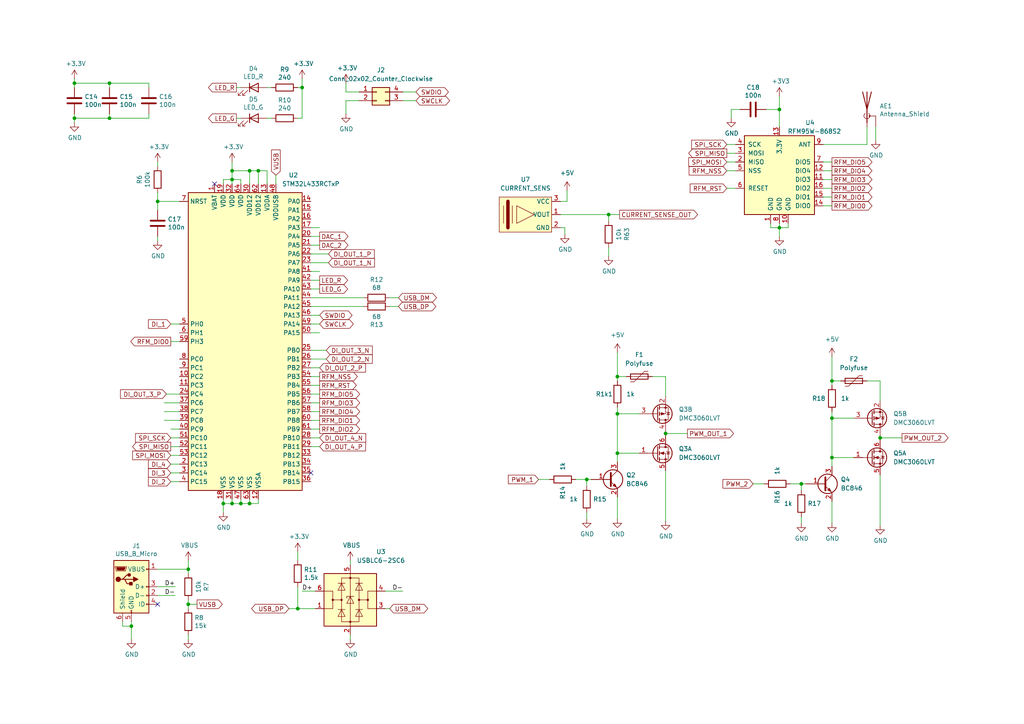
<source format=kicad_sch>
(kicad_sch (version 20211123) (generator eeschema)
  (paper "A4")
  (lib_symbols
    (symbol "Connector:USB_B_Micro" (pin_names (offset 1.016))
      (property "Reference" "J" (at -5.08 11.43 0))
      (property "Value" "USB_B_Micro" (at -5.08 8.89 0))
      (symbol "USB_B_Micro_1_1"
        (pin power_out line (at 7.62 5.08 180) (length 2.54) (name "VBUS") (number "1"))
        (pin bidirectional line (at 7.62 -2.54 180) (length 2.54) (name "D-") (number "2"))
        (pin bidirectional line (at 7.62 0 180) (length 2.54) (name "D+") (number "3"))
        (pin passive line (at 7.62 -5.08 180) (length 2.54) (name "ID") (number "4"))
        (pin power_out line (at 0 -10.16 90) (length 2.54) (name "GND") (number "5"))
        (pin passive line (at -2.54 -10.16 90) (length 2.54) (name "Shield") (number "6"))
      )
    )
    (symbol "Connector_Generic:Conn_02x02_Counter_Clockwise" (pin_names (offset 1.016) hide)
      (property "Reference" "J" (at 1.27 2.54 0))
      (property "Value" "Conn_02x02_Counter_Clockwise" (at 1.27 -5.08 0))
      (symbol "Conn_02x02_Counter_Clockwise_1_1"
        (pin passive line (at -5.08 0 0) (length 3.81) (name "Pin_1") (number "1"))
        (pin passive line (at -5.08 -2.54 0) (length 3.81) (name "Pin_2") (number "2"))
        (pin passive line (at 7.62 -2.54 180) (length 3.81) (name "Pin_3") (number "3"))
        (pin passive line (at 7.62 0 180) (length 3.81) (name "Pin_4") (number "4"))
      )
    )
    (symbol "Device:Antenna_Shield" (pin_numbers hide) (pin_names (offset 1.016) hide)
      (property "Reference" "AE" (at -1.905 4.445 0))
      (property "Value" "Antenna_Shield" (at -1.905 2.54 0))
      (symbol "Antenna_Shield_1_1"
        (pin input line (at 0 -5.08 90) (length 2.54) (name "A") (number "1"))
        (pin input line (at 2.54 -5.08 90) (length 2.54) (name "Shield") (number "2"))
      )
    )
    (symbol "Device:C" (pin_numbers hide) (pin_names (offset 0.254))
      (property "Reference" "C" (at 0.635 2.54 0))
      (property "Value" "C" (at 0.635 -2.54 0))
      (symbol "C_1_1"
        (pin passive line (at 0 3.81 270) (length 2.794) (name "~") (number "1"))
        (pin passive line (at 0 -3.81 90) (length 2.794) (name "~") (number "2"))
      )
    )
    (symbol "Device:LED" (pin_numbers hide) (pin_names (offset 1.016) hide)
      (property "Reference" "D" (at 0 2.54 0))
      (property "Value" "LED" (at 0 -2.54 0))
      (symbol "LED_1_1"
        (pin passive line (at -3.81 0 0) (length 2.54) (name "K") (number "1"))
        (pin passive line (at 3.81 0 180) (length 2.54) (name "A") (number "2"))
      )
    )
    (symbol "Device:Polyfuse" (pin_numbers hide) (pin_names (offset 0))
      (property "Reference" "F" (at -2.54 0 90))
      (property "Value" "Polyfuse" (at 2.54 0 90))
      (symbol "Polyfuse_1_1"
        (pin passive line (at 0 3.81 270) (length 1.27) (name "~") (number "1"))
        (pin passive line (at 0 -3.81 90) (length 1.27) (name "~") (number "2"))
      )
    )
    (symbol "Device:R" (pin_numbers hide) (pin_names (offset 0))
      (property "Reference" "R" (at 2.032 0 90))
      (property "Value" "R" (at 0 0 90))
      (symbol "R_1_1"
        (pin passive line (at 0 3.81 270) (length 1.27) (name "~") (number "1"))
        (pin passive line (at 0 -3.81 90) (length 1.27) (name "~") (number "2"))
      )
    )
    (symbol "Heissluftballon-rescue:+3.3V-power" (power) (pin_names (offset 0))
      (property "Value" "+3.3V-power" (at 0 3.556 0))
      (symbol "+3.3V-power_1_1"
        (pin power_in line (at 0 0 90) (length 0) hide (name "+3V3") (number "1"))
      )
    )
    (symbol "Heissluftballon-rescue:RFM95W-868S2-RF_AM_FM" (pin_names (offset 1.016))
      (property "Reference" "U" (at -10.414 11.684 0))
      (property "Value" "RFM95W-868S2-RF_AM_FM" (at 1.524 11.43 0))
      (symbol "RFM95W-868S2-RF_AM_FM_1_1"
        (pin power_in line (at -2.54 -15.24 90) (length 2.54) (name "GND") (number "1"))
        (pin power_in line (at 2.54 -15.24 90) (length 2.54) (name "GND") (number "10"))
        (pin bidirectional line (at 12.7 -2.54 180) (length 2.54) (name "DIO3") (number "11"))
        (pin bidirectional line (at 12.7 0 180) (length 2.54) (name "DIO4") (number "12"))
        (pin power_in line (at 0 12.7 270) (length 2.54) (name "3.3V") (number "13"))
        (pin bidirectional line (at 12.7 -10.16 180) (length 2.54) (name "DIO0") (number "14"))
        (pin bidirectional line (at 12.7 -7.62 180) (length 2.54) (name "DIO1") (number "15"))
        (pin bidirectional line (at 12.7 -5.08 180) (length 2.54) (name "DIO2") (number "16"))
        (pin output line (at -12.7 2.54 0) (length 2.54) (name "MISO") (number "2"))
        (pin input line (at -12.7 5.08 0) (length 2.54) (name "MOSI") (number "3"))
        (pin input line (at -12.7 7.62 0) (length 2.54) (name "SCK") (number "4"))
        (pin input line (at -12.7 0 0) (length 2.54) (name "NSS") (number "5"))
        (pin bidirectional line (at -12.7 -5.08 0) (length 2.54) (name "RESET") (number "6"))
        (pin bidirectional line (at 12.7 2.54 180) (length 2.54) (name "DIO5") (number "7"))
        (pin power_in line (at 0 -15.24 90) (length 2.54) (name "GND") (number "8"))
        (pin bidirectional line (at 12.7 7.62 180) (length 2.54) (name "ANT") (number "9"))
      )
    )
    (symbol "MCU_ST_STM32L4:STM32L433RCTxP"
      (property "Reference" "U" (at -17.78 44.45 0))
      (property "Value" "STM32L433RCTxP" (at 10.16 44.45 0))
      (symbol "STM32L433RCTxP_1_1"
        (pin power_in line (at -10.16 45.72 270) (length 2.54) (name "VBAT") (number "1"))
        (pin bidirectional line (at -20.32 -10.16 0) (length 2.54) (name "PC2") (number "10"))
        (pin bidirectional line (at -20.32 -12.7 0) (length 2.54) (name "PC3") (number "11"))
        (pin power_in line (at 2.54 -45.72 90) (length 2.54) (name "VSSA") (number "12"))
        (pin power_in line (at 5.08 45.72 270) (length 2.54) (name "VDDA") (number "13"))
        (pin bidirectional line (at 17.78 40.64 180) (length 2.54) (name "PA0") (number "14"))
        (pin bidirectional line (at 17.78 38.1 180) (length 2.54) (name "PA1") (number "15"))
        (pin bidirectional line (at 17.78 35.56 180) (length 2.54) (name "PA2") (number "16"))
        (pin bidirectional line (at 17.78 33.02 180) (length 2.54) (name "PA3") (number "17"))
        (pin power_in line (at -7.62 -45.72 90) (length 2.54) (name "VSS") (number "18"))
        (pin power_in line (at -7.62 45.72 270) (length 2.54) (name "VDD") (number "19"))
        (pin bidirectional line (at -20.32 -35.56 0) (length 2.54) (name "PC13") (number "2"))
        (pin bidirectional line (at 17.78 30.48 180) (length 2.54) (name "PA4") (number "20"))
        (pin bidirectional line (at 17.78 27.94 180) (length 2.54) (name "PA5") (number "21"))
        (pin bidirectional line (at 17.78 25.4 180) (length 2.54) (name "PA6") (number "22"))
        (pin bidirectional line (at 17.78 22.86 180) (length 2.54) (name "PA7") (number "23"))
        (pin bidirectional line (at -20.32 -15.24 0) (length 2.54) (name "PC4") (number "24"))
        (pin bidirectional line (at 17.78 -2.54 180) (length 2.54) (name "PB0") (number "25"))
        (pin bidirectional line (at 17.78 -5.08 180) (length 2.54) (name "PB1") (number "26"))
        (pin bidirectional line (at 17.78 -7.62 180) (length 2.54) (name "PB2") (number "27"))
        (pin bidirectional line (at 17.78 -27.94 180) (length 2.54) (name "PB10") (number "28"))
        (pin bidirectional line (at 17.78 -30.48 180) (length 2.54) (name "PB11") (number "29"))
        (pin bidirectional line (at -20.32 -38.1 0) (length 2.54) (name "PC14") (number "3"))
        (pin power_in line (at 0 45.72 270) (length 2.54) (name "VDD12") (number "30"))
        (pin power_in line (at -5.08 -45.72 90) (length 2.54) (name "VSS") (number "31"))
        (pin power_in line (at -5.08 45.72 270) (length 2.54) (name "VDD") (number "32"))
        (pin bidirectional line (at 17.78 -33.02 180) (length 2.54) (name "PB12") (number "33"))
        (pin bidirectional line (at 17.78 -35.56 180) (length 2.54) (name "PB13") (number "34"))
        (pin bidirectional line (at 17.78 -38.1 180) (length 2.54) (name "PB14") (number "35"))
        (pin bidirectional line (at 17.78 -40.64 180) (length 2.54) (name "PB15") (number "36"))
        (pin bidirectional line (at -20.32 -17.78 0) (length 2.54) (name "PC6") (number "37"))
        (pin bidirectional line (at -20.32 -20.32 0) (length 2.54) (name "PC7") (number "38"))
        (pin bidirectional line (at -20.32 -22.86 0) (length 2.54) (name "PC8") (number "39"))
        (pin bidirectional line (at -20.32 -40.64 0) (length 2.54) (name "PC15") (number "4"))
        (pin bidirectional line (at -20.32 -25.4 0) (length 2.54) (name "PC9") (number "40"))
        (pin bidirectional line (at 17.78 20.32 180) (length 2.54) (name "PA8") (number "41"))
        (pin bidirectional line (at 17.78 17.78 180) (length 2.54) (name "PA9") (number "42"))
        (pin bidirectional line (at 17.78 15.24 180) (length 2.54) (name "PA10") (number "43"))
        (pin bidirectional line (at 17.78 12.7 180) (length 2.54) (name "PA11") (number "44"))
        (pin bidirectional line (at 17.78 10.16 180) (length 2.54) (name "PA12") (number "45"))
        (pin bidirectional line (at 17.78 7.62 180) (length 2.54) (name "PA13") (number "46"))
        (pin power_in line (at -2.54 -45.72 90) (length 2.54) (name "VSS") (number "47"))
        (pin power_in line (at 7.62 45.72 270) (length 2.54) (name "VDDUSB") (number "48"))
        (pin bidirectional line (at 17.78 5.08 180) (length 2.54) (name "PA14") (number "49"))
        (pin input line (at -20.32 5.08 0) (length 2.54) (name "PH0") (number "5"))
        (pin bidirectional line (at 17.78 2.54 180) (length 2.54) (name "PA15") (number "50"))
        (pin bidirectional line (at -20.32 -27.94 0) (length 2.54) (name "PC10") (number "51"))
        (pin bidirectional line (at -20.32 -30.48 0) (length 2.54) (name "PC11") (number "52"))
        (pin bidirectional line (at -20.32 -33.02 0) (length 2.54) (name "PC12") (number "53"))
        (pin bidirectional line (at 17.78 -10.16 180) (length 2.54) (name "PB3") (number "54"))
        (pin bidirectional line (at 17.78 -12.7 180) (length 2.54) (name "PB4") (number "55"))
        (pin bidirectional line (at 17.78 -15.24 180) (length 2.54) (name "PB5") (number "56"))
        (pin bidirectional line (at 17.78 -17.78 180) (length 2.54) (name "PB6") (number "57"))
        (pin bidirectional line (at 17.78 -20.32 180) (length 2.54) (name "PB7") (number "58"))
        (pin bidirectional line (at -20.32 0 0) (length 2.54) (name "PH3") (number "59"))
        (pin input line (at -20.32 2.54 0) (length 2.54) (name "PH1") (number "6"))
        (pin bidirectional line (at 17.78 -22.86 180) (length 2.54) (name "PB8") (number "60"))
        (pin bidirectional line (at 17.78 -25.4 180) (length 2.54) (name "PB9") (number "61"))
        (pin power_in line (at 2.54 45.72 270) (length 2.54) (name "VDD12") (number "62"))
        (pin power_in line (at 0 -45.72 90) (length 2.54) (name "VSS") (number "63"))
        (pin power_in line (at -2.54 45.72 270) (length 2.54) (name "VDD") (number "64"))
        (pin input line (at -20.32 40.64 0) (length 2.54) (name "NRST") (number "7"))
        (pin bidirectional line (at -20.32 -5.08 0) (length 2.54) (name "PC0") (number "8"))
        (pin bidirectional line (at -20.32 -7.62 0) (length 2.54) (name "PC1") (number "9"))
      )
    )
    (symbol "MK_Sensor:CURRENT_SENS"
      (property "Reference" "U" (at 0 -6.35 0))
      (property "Value" "CURRENT_SENS" (at 0 6.35 0))
      (symbol "CURRENT_SENS_1_1"
        (pin output line (at 10.16 0 180) (length 2.54) (name "VOUT") (number "1"))
        (pin input line (at 10.16 -3.81 180) (length 2.54) (name "GND") (number "2"))
        (pin input line (at 10.16 3.81 180) (length 2.54) (name "VCC") (number "3"))
      )
    )
    (symbol "Power_Protection:USBLC6-2SC6" (pin_names hide)
      (property "Reference" "U" (at 2.54 8.89 0))
      (property "Value" "USBLC6-2SC6" (at 2.54 -8.89 0))
      (symbol "USBLC6-2SC6_1_1"
        (pin passive line (at -10.16 -2.54 0) (length 2.54) (name "I/O1") (number "1"))
        (pin passive line (at 0 -10.16 90) (length 2.54) (name "GND") (number "2"))
        (pin passive line (at 10.16 -2.54 180) (length 2.54) (name "I/O2") (number "3"))
        (pin passive line (at 10.16 2.54 180) (length 2.54) (name "I/O2") (number "4"))
        (pin passive line (at 0 10.16 270) (length 2.54) (name "VBUS") (number "5"))
        (pin passive line (at -10.16 2.54 0) (length 2.54) (name "I/O1") (number "6"))
      )
    )
    (symbol "Transistor_BJT:BC846" (pin_names (offset 0) hide)
      (property "Reference" "Q" (at 5.08 1.905 0))
      (property "Value" "BC846" (at 5.08 0 0))
      (symbol "BC846_1_1"
        (pin input line (at -5.08 0 0) (length 5.715) (name "B") (number "1"))
        (pin passive line (at 2.54 -5.08 90) (length 2.54) (name "E") (number "2"))
        (pin passive line (at 2.54 5.08 270) (length 2.54) (name "C") (number "3"))
      )
    )
    (symbol "Transistor_FET:DMC3071LVT" (pin_names hide)
      (property "Reference" "Q" (at 3.175 1.27 0))
      (property "Value" "DMC3071LVT" (at 3.175 -1.27 0))
      (symbol "DMC3071LVT_1_1"
        (pin passive line (at -7.62 0 0) (length 2.54) (name "G") (number "1"))
        (pin passive line (at 0 -5.08 90) (length 2.54) (name "S") (number "5"))
        (pin passive line (at 0 5.08 270) (length 2.54) (name "D") (number "6"))
      )
      (symbol "DMC3071LVT_2_1"
        (pin passive line (at 0 -5.08 90) (length 2.54) (name "S") (number "2"))
        (pin passive line (at -7.62 0 0) (length 2.54) (name "G") (number "3"))
        (pin passive line (at 0 5.08 270) (length 2.54) (name "D") (number "4"))
      )
    )
    (symbol "power:+3.3V" (power) (pin_names (offset 0))
      (property "Value" "+3.3V" (at 0 3.556 0))
      (symbol "+3.3V_1_1"
        (pin power_in line (at 0 0 90) (length 0) hide (name "+3.3V") (number "1"))
      )
    )
    (symbol "power:+5V" (power) (pin_names (offset 0))
      (property "Value" "+5V" (at 0 3.556 0))
      (symbol "+5V_1_1"
        (pin power_in line (at 0 0 90) (length 0) hide (name "+5V") (number "1"))
      )
    )
    (symbol "power:GND" (power) (pin_names (offset 0))
      (property "Value" "GND" (at 0 -3.81 0))
      (symbol "GND_1_1"
        (pin power_in line (at 0 0 270) (length 0) hide (name "GND") (number "1"))
      )
    )
    (symbol "power:VBUS" (power) (pin_names (offset 0))
      (property "Value" "VBUS" (at 0 3.81 0))
      (symbol "VBUS_1_1"
        (pin power_in line (at 0 0 90) (length 0) hide (name "VBUS") (number "1"))
      )
    )
  )
  (junction (at 67.31 52.07))
  (junction (at 54.61 165.1))
  (junction (at 67.31 146.05))
  (junction (at 72.39 49.53))
  (junction (at 45.72 58.42))
  (junction (at 193.04 125.73))
  (junction (at 176.53 62.23))
  (junction (at 179.07 120.015))
  (junction (at 38.1 181.61))
  (junction (at 74.93 49.53))
  (junction (at 232.41 140.335))
  (junction (at 67.31 49.53))
  (junction (at 241.3 121.285))
  (junction (at 241.3 110.49))
  (junction (at 54.61 175.26))
  (junction (at 31.75 24.13))
  (junction (at 69.85 146.05))
  (junction (at 226.06 66.04))
  (junction (at 179.07 109.22))
  (junction (at 86.36 176.53))
  (junction (at 179.07 131.445))
  (junction (at 170.18 139.065))
  (junction (at 21.59 34.29))
  (junction (at 72.39 146.05))
  (junction (at 64.77 146.05))
  (junction (at 241.3 132.715))
  (junction (at 87.63 25.4))
  (junction (at 226.06 31.75))
  (junction (at 21.59 24.13))
  (junction (at 255.27 127))
  (junction (at 31.75 34.29))
  (no_connect (at 90.17 137.16))
  (no_connect (at 45.72 175.26))
  (no_connect (at 62.23 53.34))
  (wire (pts (xy 90.17 66.04) (xy 92.71 66.04)))
  (wire (pts (xy 193.04 109.22) (xy 193.04 114.935)))
  (wire (pts (xy 92.71 129.54) (xy 90.17 129.54)))
  (wire (pts (xy 176.53 71.755) (xy 176.53 74.295)))
  (wire (pts (xy 77.47 49.53) (xy 74.93 49.53)))
  (wire (pts (xy 163.83 66.04) (xy 162.56 66.04)))
  (wire (pts (xy 64.77 146.05) (xy 64.77 148.59)))
  (wire (pts (xy 162.56 62.23) (xy 176.53 62.23)))
  (wire (pts (xy 179.07 120.015) (xy 185.42 120.015)))
  (wire (pts (xy 92.71 124.46) (xy 90.17 124.46)))
  (wire (pts (xy 43.18 34.29) (xy 31.75 34.29)))
  (wire (pts (xy 223.52 66.04) (xy 226.06 66.04)))
  (wire (pts (xy 241.3 103.505) (xy 241.3 110.49)))
  (wire (pts (xy 229.235 140.335) (xy 232.41 140.335)))
  (wire (pts (xy 222.25 31.75) (xy 226.06 31.75)))
  (wire (pts (xy 54.61 162.56) (xy 54.61 165.1)))
  (wire (pts (xy 77.47 53.34) (xy 77.47 49.53)))
  (wire (pts (xy 156.21 139.065) (xy 159.385 139.065)))
  (wire (pts (xy 241.3 145.415) (xy 241.3 151.765)))
  (wire (pts (xy 92.71 78.74) (xy 90.17 78.74)))
  (wire (pts (xy 72.39 49.53) (xy 67.31 49.53)))
  (wire (pts (xy 67.31 49.53) (xy 67.31 52.07)))
  (wire (pts (xy 226.06 36.83) (xy 226.06 31.75)))
  (wire (pts (xy 45.72 172.72) (xy 50.8 172.72)))
  (wire (pts (xy 228.6 66.04) (xy 228.6 64.77)))
  (wire (pts (xy 92.71 116.84) (xy 90.17 116.84)))
  (wire (pts (xy 47.625 119.38) (xy 52.07 119.38)))
  (wire (pts (xy 67.31 146.05) (xy 67.31 144.78)))
  (wire (pts (xy 185.42 131.445) (xy 179.07 131.445)))
  (wire (pts (xy 31.75 24.13) (xy 43.18 24.13)))
  (wire (pts (xy 69.85 146.05) (xy 72.39 146.05)))
  (wire (pts (xy 31.75 34.29) (xy 31.75 33.02)))
  (wire (pts (xy 255.27 110.49) (xy 255.27 116.205)))
  (wire (pts (xy 170.18 148.59) (xy 170.18 150.495)))
  (wire (pts (xy 87.63 171.45) (xy 91.44 171.45)))
  (wire (pts (xy 69.85 34.29) (xy 68.58 34.29)))
  (wire (pts (xy 21.59 22.86) (xy 21.59 24.13)))
  (wire (pts (xy 87.63 25.4) (xy 87.63 34.29)))
  (wire (pts (xy 90.17 121.92) (xy 92.71 121.92)))
  (wire (pts (xy 193.04 125.73) (xy 193.04 126.365)))
  (wire (pts (xy 255.27 127) (xy 255.27 127.635)))
  (wire (pts (xy 35.56 180.34) (xy 35.56 181.61)))
  (wire (pts (xy 64.77 53.34) (xy 64.77 52.07)))
  (wire (pts (xy 45.72 46.99) (xy 45.72 48.26)))
  (wire (pts (xy 54.61 185.42) (xy 54.61 184.15)))
  (wire (pts (xy 120.65 29.21) (xy 116.84 29.21)))
  (wire (pts (xy 69.85 25.4) (xy 68.58 25.4)))
  (wire (pts (xy 64.77 52.07) (xy 67.31 52.07)))
  (wire (pts (xy 38.1 181.61) (xy 38.1 180.34)))
  (wire (pts (xy 67.31 52.07) (xy 69.85 52.07)))
  (wire (pts (xy 67.31 146.05) (xy 69.85 146.05)))
  (wire (pts (xy 100.33 26.67) (xy 100.33 24.13)))
  (wire (pts (xy 72.39 53.34) (xy 72.39 49.53)))
  (wire (pts (xy 241.3 121.285) (xy 241.3 132.715)))
  (wire (pts (xy 251.46 36.83) (xy 251.46 41.91)))
  (wire (pts (xy 179.07 120.015) (xy 179.07 131.445)))
  (wire (pts (xy 48.26 114.3) (xy 52.07 114.3)))
  (wire (pts (xy 92.71 119.38) (xy 90.17 119.38)))
  (wire (pts (xy 21.59 34.29) (xy 31.75 34.29)))
  (wire (pts (xy 52.07 127) (xy 49.53 127)))
  (wire (pts (xy 113.03 86.36) (xy 115.57 86.36)))
  (wire (pts (xy 179.07 131.445) (xy 179.07 133.985)))
  (wire (pts (xy 90.17 96.52) (xy 92.71 96.52)))
  (wire (pts (xy 111.76 176.53) (xy 113.03 176.53)))
  (wire (pts (xy 87.63 34.29) (xy 86.36 34.29)))
  (wire (pts (xy 52.07 99.06) (xy 49.53 99.06)))
  (wire (pts (xy 90.17 86.36) (xy 105.41 86.36)))
  (wire (pts (xy 223.52 64.77) (xy 223.52 66.04)))
  (wire (pts (xy 49.53 134.62) (xy 52.07 134.62)))
  (wire (pts (xy 226.06 31.75) (xy 226.06 27.94)))
  (wire (pts (xy 241.3 49.53) (xy 238.76 49.53)))
  (wire (pts (xy 52.07 124.46) (xy 49.53 124.46)))
  (wire (pts (xy 243.84 110.49) (xy 241.3 110.49)))
  (wire (pts (xy 232.41 140.335) (xy 233.68 140.335)))
  (wire (pts (xy 170.18 139.065) (xy 170.18 140.97)))
  (wire (pts (xy 238.76 41.91) (xy 251.46 41.91)))
  (wire (pts (xy 52.07 132.08) (xy 49.53 132.08)))
  (wire (pts (xy 74.93 49.53) (xy 72.39 49.53)))
  (wire (pts (xy 193.04 136.525) (xy 193.04 151.13)))
  (wire (pts (xy 241.3 110.49) (xy 241.3 111.76)))
  (wire (pts (xy 54.61 165.1) (xy 54.61 166.37)))
  (wire (pts (xy 179.07 102.235) (xy 179.07 109.22)))
  (wire (pts (xy 104.14 29.21) (xy 100.33 29.21)))
  (wire (pts (xy 232.41 149.86) (xy 232.41 151.765)))
  (wire (pts (xy 189.23 109.22) (xy 193.04 109.22)))
  (wire (pts (xy 92.71 81.28) (xy 90.17 81.28)))
  (wire (pts (xy 241.3 52.07) (xy 238.76 52.07)))
  (wire (pts (xy 92.71 114.3) (xy 90.17 114.3)))
  (wire (pts (xy 255.27 126.365) (xy 255.27 127)))
  (wire (pts (xy 92.71 106.68) (xy 90.17 106.68)))
  (wire (pts (xy 241.3 132.715) (xy 241.3 135.255)))
  (wire (pts (xy 213.36 41.91) (xy 210.82 41.91)))
  (wire (pts (xy 247.65 132.715) (xy 241.3 132.715)))
  (wire (pts (xy 181.61 109.22) (xy 179.07 109.22)))
  (wire (pts (xy 45.72 69.85) (xy 45.72 68.58)))
  (wire (pts (xy 74.93 49.53) (xy 74.93 53.34)))
  (wire (pts (xy 116.84 171.45) (xy 111.76 171.45)))
  (wire (pts (xy 52.07 129.54) (xy 49.53 129.54)))
  (wire (pts (xy 226.06 66.04) (xy 226.06 64.77)))
  (wire (pts (xy 100.33 26.67) (xy 104.14 26.67)))
  (wire (pts (xy 94.615 104.14) (xy 90.17 104.14)))
  (wire (pts (xy 179.07 118.11) (xy 179.07 120.015)))
  (wire (pts (xy 52.07 58.42) (xy 45.72 58.42)))
  (wire (pts (xy 49.53 137.16) (xy 52.07 137.16)))
  (wire (pts (xy 90.17 83.82) (xy 92.71 83.82)))
  (wire (pts (xy 31.75 24.13) (xy 31.75 25.4)))
  (wire (pts (xy 210.82 44.45) (xy 213.36 44.45)))
  (wire (pts (xy 92.71 71.12) (xy 90.17 71.12)))
  (wire (pts (xy 254 40.64) (xy 254 36.83)))
  (wire (pts (xy 64.77 144.78) (xy 64.77 146.05)))
  (wire (pts (xy 78.74 34.29) (xy 77.47 34.29)))
  (wire (pts (xy 45.72 165.1) (xy 54.61 165.1)))
  (wire (pts (xy 100.33 29.21) (xy 100.33 33.02)))
  (wire (pts (xy 21.59 35.56) (xy 21.59 34.29)))
  (wire (pts (xy 86.36 25.4) (xy 87.63 25.4)))
  (wire (pts (xy 86.36 160.02) (xy 86.36 162.56)))
  (wire (pts (xy 179.07 109.22) (xy 179.07 110.49)))
  (wire (pts (xy 213.36 46.99) (xy 210.82 46.99)))
  (wire (pts (xy 218.44 140.335) (xy 221.615 140.335)))
  (wire (pts (xy 45.72 58.42) (xy 45.72 55.88)))
  (wire (pts (xy 241.3 57.15) (xy 238.76 57.15)))
  (wire (pts (xy 72.39 146.05) (xy 74.93 146.05)))
  (wire (pts (xy 101.6 162.56) (xy 101.6 163.83)))
  (wire (pts (xy 90.17 88.9) (xy 105.41 88.9)))
  (wire (pts (xy 167.005 139.065) (xy 170.18 139.065)))
  (wire (pts (xy 92.71 109.22) (xy 90.17 109.22)))
  (wire (pts (xy 49.53 139.7) (xy 52.07 139.7)))
  (wire (pts (xy 54.61 173.99) (xy 54.61 175.26)))
  (wire (pts (xy 226.06 66.04) (xy 228.6 66.04)))
  (wire (pts (xy 92.71 68.58) (xy 90.17 68.58)))
  (wire (pts (xy 212.09 34.29) (xy 212.09 31.75)))
  (wire (pts (xy 176.53 62.23) (xy 179.705 62.23)))
  (wire (pts (xy 86.36 176.53) (xy 83.82 176.53)))
  (wire (pts (xy 21.59 24.13) (xy 31.75 24.13)))
  (wire (pts (xy 38.1 185.42) (xy 38.1 181.61)))
  (wire (pts (xy 74.93 146.05) (xy 74.93 144.78)))
  (wire (pts (xy 241.3 121.285) (xy 247.65 121.285)))
  (wire (pts (xy 226.06 68.58) (xy 226.06 66.04)))
  (wire (pts (xy 241.3 59.69) (xy 238.76 59.69)))
  (wire (pts (xy 92.71 127) (xy 90.17 127)))
  (wire (pts (xy 255.27 137.795) (xy 255.27 152.4)))
  (wire (pts (xy 47.625 121.92) (xy 52.07 121.92)))
  (wire (pts (xy 170.18 139.065) (xy 171.45 139.065)))
  (wire (pts (xy 116.84 26.67) (xy 120.65 26.67)))
  (wire (pts (xy 45.72 170.18) (xy 50.8 170.18)))
  (wire (pts (xy 67.31 46.99) (xy 67.31 49.53)))
  (wire (pts (xy 163.83 67.945) (xy 163.83 66.04)))
  (wire (pts (xy 91.44 176.53) (xy 86.36 176.53)))
  (wire (pts (xy 43.18 24.13) (xy 43.18 25.4)))
  (wire (pts (xy 80.01 53.34) (xy 80.01 50.8)))
  (wire (pts (xy 90.17 91.44) (xy 92.71 91.44)))
  (wire (pts (xy 86.36 170.18) (xy 86.36 176.53)))
  (wire (pts (xy 212.09 31.75) (xy 214.63 31.75)))
  (wire (pts (xy 47.625 116.84) (xy 52.07 116.84)))
  (wire (pts (xy 69.85 53.34) (xy 69.85 52.07)))
  (wire (pts (xy 77.47 25.4) (xy 78.74 25.4)))
  (wire (pts (xy 94.615 101.6) (xy 90.17 101.6)))
  (wire (pts (xy 113.03 88.9) (xy 115.57 88.9)))
  (wire (pts (xy 193.04 125.73) (xy 199.39 125.73)))
  (wire (pts (xy 241.3 119.38) (xy 241.3 121.285)))
  (wire (pts (xy 232.41 140.335) (xy 232.41 142.24)))
  (wire (pts (xy 35.56 181.61) (xy 38.1 181.61)))
  (wire (pts (xy 67.31 53.34) (xy 67.31 52.07)))
  (wire (pts (xy 21.59 34.29) (xy 21.59 33.02)))
  (wire (pts (xy 179.07 144.145) (xy 179.07 150.495)))
  (wire (pts (xy 45.72 60.96) (xy 45.72 58.42)))
  (wire (pts (xy 54.61 175.26) (xy 54.61 176.53)))
  (wire (pts (xy 69.85 146.05) (xy 69.85 144.78)))
  (wire (pts (xy 72.39 146.05) (xy 72.39 144.78)))
  (wire (pts (xy 193.04 125.095) (xy 193.04 125.73)))
  (wire (pts (xy 241.3 54.61) (xy 238.76 54.61)))
  (wire (pts (xy 213.36 54.61) (xy 210.82 54.61)))
  (wire (pts (xy 92.71 93.98) (xy 90.17 93.98)))
  (wire (pts (xy 162.56 58.42) (xy 164.465 58.42)))
  (wire (pts (xy 101.6 185.42) (xy 101.6 184.15)))
  (wire (pts (xy 176.53 62.23) (xy 176.53 64.135)))
  (wire (pts (xy 49.53 93.98) (xy 52.07 93.98)))
  (wire (pts (xy 251.46 110.49) (xy 255.27 110.49)))
  (wire (pts (xy 43.18 34.29) (xy 43.18 33.02)))
  (wire (pts (xy 255.27 127) (xy 261.62 127)))
  (wire (pts (xy 90.17 73.66) (xy 95.25 73.66)))
  (wire (pts (xy 210.82 49.53) (xy 213.36 49.53)))
  (wire (pts (xy 164.465 58.42) (xy 164.465 55.245)))
  (wire (pts (xy 54.61 175.26) (xy 57.15 175.26)))
  (wire (pts (xy 64.77 146.05) (xy 67.31 146.05)))
  (wire (pts (xy 87.63 25.4) (xy 87.63 22.86)))
  (wire (pts (xy 241.3 46.99) (xy 238.76 46.99)))
  (wire (pts (xy 92.71 111.76) (xy 90.17 111.76)))
  (wire (pts (xy 90.17 76.2) (xy 95.25 76.2)))
  (wire (pts (xy 21.59 24.13) (xy 21.59 25.4)))
  (label "D-" (at 50.8 172.72 180))
  (label "D+" (at 50.8 170.18 180))
  (label "D+" (at 87.63 171.45 0))
  (label "D-" (at 116.84 171.45 180))
  (global_label "SPI_MOSI" (shape input) (at 210.82 46.99 180) (property "Intersheet References" "${INTERSHEET_REFS}" (effects hide)))
  (global_label "RFM_DIO3" (shape output) (at 241.3 52.07 0) (property "Intersheet References" "${INTERSHEET_REFS}" (effects hide)))
  (global_label "RFM_DIO3" (shape output) (at 92.71 116.84 0) (property "Intersheet References" "${INTERSHEET_REFS}" (effects hide)))
  (global_label "SWCLK" (shape bidirectional) (at 92.71 93.98 0) (property "Intersheet References" "${INTERSHEET_REFS}" (effects hide)))
  (global_label "SPI_SCK" (shape input) (at 49.53 127 180) (property "Intersheet References" "${INTERSHEET_REFS}" (effects hide)))
  (global_label "DI_OUT_4_N" (shape input) (at 92.71 127 0) (property "Intersheet References" "${INTERSHEET_REFS}" (effects hide)))
  (global_label "DAC_2" (shape output) (at 92.71 71.12 0) (property "Intersheet References" "${INTERSHEET_REFS}" (effects hide)))
  (global_label "RFM_DIO5" (shape output) (at 241.3 46.99 0) (property "Intersheet References" "${INTERSHEET_REFS}" (effects hide)))
  (global_label "SPI_SCK" (shape input) (at 210.82 41.91 180) (property "Intersheet References" "${INTERSHEET_REFS}" (effects hide)))
  (global_label "LED_R" (shape output) (at 92.71 81.28 0) (property "Intersheet References" "${INTERSHEET_REFS}" (effects hide)))
  (global_label "DI_3" (shape input) (at 49.53 137.16 180) (property "Intersheet References" "${INTERSHEET_REFS}" (effects hide)))
  (global_label "RFM_DIO5" (shape output) (at 92.71 114.3 0) (property "Intersheet References" "${INTERSHEET_REFS}" (effects hide)))
  (global_label "SPI_MISO" (shape output) (at 210.82 44.45 180) (property "Intersheet References" "${INTERSHEET_REFS}" (effects hide)))
  (global_label "SWDIO" (shape bidirectional) (at 92.71 91.44 0) (property "Intersheet References" "${INTERSHEET_REFS}" (effects hide)))
  (global_label "DI_OUT_2_P" (shape input) (at 92.71 106.68 0) (property "Intersheet References" "${INTERSHEET_REFS}" (effects hide)))
  (global_label "SPI_MISO" (shape output) (at 49.53 129.54 180) (property "Intersheet References" "${INTERSHEET_REFS}" (effects hide)))
  (global_label "DI_OUT_1_N" (shape input) (at 95.25 76.2 0) (property "Intersheet References" "${INTERSHEET_REFS}" (effects hide)))
  (global_label "RFM_DIO4" (shape output) (at 241.3 49.53 0) (property "Intersheet References" "${INTERSHEET_REFS}" (effects hide)))
  (global_label "PWM_2" (shape input) (at 218.44 140.335 180) (property "Intersheet References" "${INTERSHEET_REFS}" (effects hide)))
  (global_label "RFM_DIO2" (shape output) (at 241.3 54.61 0) (property "Intersheet References" "${INTERSHEET_REFS}" (effects hide)))
  (global_label "RFM_DIO4" (shape output) (at 92.71 119.38 0) (property "Intersheet References" "${INTERSHEET_REFS}" (effects hide)))
  (global_label "SPI_MOSI" (shape input) (at 49.53 132.08 180) (property "Intersheet References" "${INTERSHEET_REFS}" (effects hide)))
  (global_label "RFM_DIO1" (shape output) (at 241.3 57.15 0) (property "Intersheet References" "${INTERSHEET_REFS}" (effects hide)))
  (global_label "DI_OUT_2_N" (shape input) (at 94.615 104.14 0) (property "Intersheet References" "${INTERSHEET_REFS}" (effects hide)))
  (global_label "RFM_RST" (shape output) (at 92.71 111.76 0) (property "Intersheet References" "${INTERSHEET_REFS}" (effects hide)))
  (global_label "DI_1" (shape input) (at 49.53 93.98 180) (property "Intersheet References" "${INTERSHEET_REFS}" (effects hide)))
  (global_label "DI_OUT_3_N" (shape input) (at 94.615 101.6 0) (property "Intersheet References" "${INTERSHEET_REFS}" (effects hide)))
  (global_label "DI_OUT_3_P" (shape input) (at 48.26 114.3 180) (property "Intersheet References" "${INTERSHEET_REFS}" (effects hide)))
  (global_label "SWCLK" (shape bidirectional) (at 120.65 29.21 0) (property "Intersheet References" "${INTERSHEET_REFS}" (effects hide)))
  (global_label "LED_G" (shape output) (at 92.71 83.82 0) (property "Intersheet References" "${INTERSHEET_REFS}" (effects hide)))
  (global_label "RFM_NSS" (shape output) (at 92.71 109.22 0) (property "Intersheet References" "${INTERSHEET_REFS}" (effects hide)))
  (global_label "PWM_OUT_2" (shape output) (at 261.62 127 0) (property "Intersheet References" "${INTERSHEET_REFS}" (effects hide)))
  (global_label "PWM_OUT_1" (shape output) (at 199.39 125.73 0) (property "Intersheet References" "${INTERSHEET_REFS}" (effects hide)))
  (global_label "VUSB" (shape input) (at 80.01 50.8 90) (property "Intersheet References" "${INTERSHEET_REFS}" (effects hide)))
  (global_label "RFM_DIO0" (shape output) (at 49.53 99.06 180) (property "Intersheet References" "${INTERSHEET_REFS}" (effects hide)))
  (global_label "USB_DP" (shape bidirectional) (at 83.82 176.53 180) (property "Intersheet References" "${INTERSHEET_REFS}" (effects hide)))
  (global_label "LED_G" (shape output) (at 68.58 34.29 180) (property "Intersheet References" "${INTERSHEET_REFS}" (effects hide)))
  (global_label "RFM_DIO0" (shape output) (at 241.3 59.69 0) (property "Intersheet References" "${INTERSHEET_REFS}" (effects hide)))
  (global_label "DI_2" (shape input) (at 49.53 139.7 180) (property "Intersheet References" "${INTERSHEET_REFS}" (effects hide)))
  (global_label "VUSB" (shape output) (at 57.15 175.26 0) (property "Intersheet References" "${INTERSHEET_REFS}" (effects hide)))
  (global_label "CURRENT_SENSE_OUT" (shape output) (at 179.705 62.23 0) (property "Intersheet References" "${INTERSHEET_REFS}" (effects hide)))
  (global_label "DI_OUT_1_P" (shape input) (at 95.25 73.66 0) (property "Intersheet References" "${INTERSHEET_REFS}" (effects hide)))
  (global_label "RFM_DIO2" (shape output) (at 92.71 124.46 0) (property "Intersheet References" "${INTERSHEET_REFS}" (effects hide)))
  (global_label "USB_DM" (shape bidirectional) (at 113.03 176.53 0) (property "Intersheet References" "${INTERSHEET_REFS}" (effects hide)))
  (global_label "RFM_NSS" (shape input) (at 210.82 49.53 180) (property "Intersheet References" "${INTERSHEET_REFS}" (effects hide)))
  (global_label "RFM_DIO1" (shape output) (at 92.71 121.92 0) (property "Intersheet References" "${INTERSHEET_REFS}" (effects hide)))
  (global_label "DI_4" (shape input) (at 49.53 134.62 180) (property "Intersheet References" "${INTERSHEET_REFS}" (effects hide)))
  (global_label "USB_DM" (shape bidirectional) (at 115.57 86.36 0) (property "Intersheet References" "${INTERSHEET_REFS}" (effects hide)))
  (global_label "DAC_1" (shape output) (at 92.71 68.58 0) (property "Intersheet References" "${INTERSHEET_REFS}" (effects hide)))
  (global_label "USB_DP" (shape bidirectional) (at 115.57 88.9 0) (property "Intersheet References" "${INTERSHEET_REFS}" (effects hide)))
  (global_label "PWM_1" (shape input) (at 156.21 139.065 180) (property "Intersheet References" "${INTERSHEET_REFS}" (effects hide)))
  (global_label "DI_OUT_4_P" (shape input) (at 92.71 129.54 0) (property "Intersheet References" "${INTERSHEET_REFS}" (effects hide)))
  (global_label "LED_R" (shape output) (at 68.58 25.4 180) (property "Intersheet References" "${INTERSHEET_REFS}" (effects hide)))
  (global_label "SWDIO" (shape bidirectional) (at 120.65 26.67 0) (property "Intersheet References" "${INTERSHEET_REFS}" (effects hide)))
  (global_label "RFM_RST" (shape input) (at 210.82 54.61 180) (property "Intersheet References" "${INTERSHEET_REFS}" (effects hide)))
  (symbol (lib_id "Device:C") (at 218.44 31.75 90) (unit 1)
    (property "Reference" "C18" (at 218.44 25.3492 90))
    (property "Value" "100n" (at 218.44 27.6606 90))
    (property "Footprint" "Capacitor_SMD:C_0603_1608Metric" (effects hide))
  )
  (symbol (lib_id "Transistor_BJT:BC846") (at 238.76 140.335 0) (unit 1)
    (property "Reference" "Q4" (at 243.84 139.0649 0) (effects (justify left)))
    (property "Value" "BC846" (at 243.84 141.6049 0) (effects (justify left)))
    (property "Footprint" "Package_TO_SOT_SMD:SOT-23" (effects hide))
    (property "Datasheet" "https://assets.nexperia.com/documents/data-sheet/BC846_SER.pdf" (effects hide))
  )
  (symbol (lib_id "power:+3.3V") (at 67.31 46.99 0) (unit 1)
    (property "Reference" "#PWR0133" (effects hide))
    (property "Value" "+3.3V" (at 67.691 42.5958 0))
  )
  (symbol (lib_id "Device:Polyfuse") (at 247.65 110.49 270) (unit 1)
    (property "Reference" "F2" (at 247.65 104.14 90))
    (property "Value" "Polyfuse" (at 247.65 106.68 90))
    (property "Footprint" "Fuse:Fuse_0603_1608Metric" (effects hide))
  )
  (symbol (lib_id "Device:R") (at 82.55 25.4 90) (unit 1)
    (property "Reference" "R9" (at 82.55 20.1422 90))
    (property "Value" "240" (at 82.55 22.4536 90))
    (property "Footprint" "Resistor_SMD:R_0603_1608Metric" (effects hide))
    (property "Datasheet" "https://www.mouser.ch/datasheet/2/447/PYu_RC_Group_51_RoHS_L_10-1664068.pdf" (effects hide))
    (property "Hersteller Nr." "RC0603FR-13240RL" (effects hide))
    (property "Mouser Nr." "603-RC0603FR-13240RL" (effects hide))
  )
  (symbol (lib_id "Heissluftballon-rescue:+3.3V-power") (at 226.06 27.94 0) (unit 1)
    (property "Reference" "#PWR0137" (effects hide))
    (property "Value" "+3.3V" (at 226.441 23.5458 0))
  )
  (symbol (lib_id "Device:Polyfuse") (at 185.42 109.22 270) (unit 1)
    (property "Reference" "F1" (at 185.42 102.87 90))
    (property "Value" "Polyfuse" (at 185.42 105.41 90))
    (property "Footprint" "Fuse:Fuse_0603_1608Metric" (effects hide))
  )
  (symbol (lib_id "power:GND") (at 241.3 151.765 0) (unit 1)
    (property "Reference" "#PWR0141" (effects hide))
    (property "Value" "GND" (at 241.427 156.1592 0))
  )
  (symbol (lib_id "Device:R") (at 163.195 139.065 90) (unit 1)
    (property "Reference" "R14" (at 163.195 142.875 0))
    (property "Value" "1k" (at 163.195 135.255 0))
    (property "Footprint" "Resistor_SMD:R_0603_1608Metric" (effects hide))
  )
  (symbol (lib_id "power:+5V") (at 164.465 55.245 0) (unit 1)
    (property "Reference" "#PWR0206" (effects hide))
    (property "Value" "+5V" (at 164.465 50.165 0))
  )
  (symbol (lib_id "Device:R") (at 54.61 180.34 180) (unit 1)
    (property "Reference" "R8" (at 56.388 179.1716 0) (effects (justify right)))
    (property "Value" "15k" (at 56.388 181.483 0) (effects (justify right)))
    (property "Footprint" "Resistor_SMD:R_0603_1608Metric" (effects hide))
    (property "Datasheet" "https://www.mouser.ch/datasheet/2/315/AOA0000C304-1149620.pdf" (effects hide))
    (property "Hersteller Nr." "ERJ-3EKF1502V " (effects hide))
    (property "Mouser Nr." "667-ERJ-3EKF1502V " (effects hide))
  )
  (symbol (lib_id "power:+5V") (at 241.3 103.505 0) (unit 1)
    (property "Reference" "#PWR0144" (effects hide))
    (property "Value" "+5V" (at 241.3 98.425 0))
  )
  (symbol (lib_id "power:VBUS") (at 101.6 162.56 0) (unit 1)
    (property "Reference" "#PWR0125" (effects hide))
    (property "Value" "VBUS" (at 101.981 158.1658 0))
  )
  (symbol (lib_id "power:GND") (at 232.41 151.765 0) (unit 1)
    (property "Reference" "#PWR0140" (effects hide))
    (property "Value" "GND" (at 232.537 156.1592 0))
  )
  (symbol (lib_id "power:GND") (at 21.59 35.56 0) (unit 1)
    (property "Reference" "#PWR0131" (effects hide))
    (property "Value" "GND" (at 21.717 39.9542 0))
  )
  (symbol (lib_id "Device:LED") (at 73.66 34.29 0) (unit 1)
    (property "Reference" "D5" (at 73.4822 28.8036 0))
    (property "Value" "LED_G" (at 73.4822 31.115 0))
    (property "Footprint" "LED_SMD:LED_0603_1608Metric" (effects hide))
    (property "Datasheet" "https://www.mouser.ch/datasheet/2/244/SML-LXFP0603SUGCTR-1135562.pdf" (effects hide))
    (property "Hersteller Nr." "SML-LXFP0603SUGCTR" (effects hide))
    (property "Mouser Nr." "696-SMLLXFP0603SUGCT" (effects hide))
  )
  (symbol (lib_id "power:GND") (at 254 40.64 0) (unit 1)
    (property "Reference" "#PWR0138" (effects hide))
    (property "Value" "GND" (at 254.127 45.0342 0))
  )
  (symbol (lib_id "Device:LED") (at 73.66 25.4 0) (unit 1)
    (property "Reference" "D4" (at 73.4822 19.9136 0))
    (property "Value" "LED_R" (at 73.4822 22.225 0))
    (property "Footprint" "LED_SMD:LED_0603_1608Metric" (effects hide))
    (property "Datasheet" "https://www.lumex.com/datasheet/SML-LXFP0603SICATR" (effects hide))
    (property "Hersteller Nr." "SML-LXFP0603SIC-TR" (effects hide))
    (property "Mouser Nr." "696-SMLLXFP0603SICTR " (effects hide))
  )
  (symbol (lib_id "Device:R") (at 232.41 146.05 180) (unit 1)
    (property "Reference" "R17" (at 236.22 146.05 0))
    (property "Value" "1k" (at 228.6 146.05 0))
    (property "Footprint" "Resistor_SMD:R_0603_1608Metric" (effects hide))
  )
  (symbol (lib_id "Device:R") (at 170.18 144.78 180) (unit 1)
    (property "Reference" "R15" (at 173.99 144.78 0))
    (property "Value" "1k" (at 166.37 144.78 0))
    (property "Footprint" "Resistor_SMD:R_0603_1608Metric" (effects hide))
  )
  (symbol (lib_id "Device:R") (at 225.425 140.335 90) (unit 1)
    (property "Reference" "R16" (at 225.425 144.145 0))
    (property "Value" "1k" (at 225.425 136.525 0))
    (property "Footprint" "Resistor_SMD:R_0603_1608Metric" (effects hide))
  )
  (symbol (lib_id "Device:C") (at 21.59 29.21 0) (unit 1)
    (property "Reference" "C14" (at 24.511 28.0416 0) (effects (justify left)))
    (property "Value" "100n" (at 24.511 30.353 0) (effects (justify left)))
    (property "Footprint" "Capacitor_SMD:C_0603_1608Metric" (effects hide))
    (property "Datasheet" "https://www.mouser.ch/datasheet/2/445/885382206004-1728027.pdf" (effects hide))
    (property "Hersteller Nr." "CL10B104KB8NNWC" (effects hide))
    (property "Mouser Nr." "187-CL10B104KB8NNWC" (effects hide))
  )
  (symbol (lib_id "power:GND") (at 100.33 33.02 0) (unit 1)
    (property "Reference" "#PWR0134" (effects hide))
    (property "Value" "GND" (at 100.457 37.4142 0))
  )
  (symbol (lib_id "power:GND") (at 38.1 185.42 0) (unit 1)
    (property "Reference" "#PWR0122" (effects hide))
    (property "Value" "GND" (at 38.227 189.8142 0))
  )
  (symbol (lib_id "power:GND") (at 54.61 185.42 0) (unit 1)
    (property "Reference" "#PWR0123" (effects hide))
    (property "Value" "GND" (at 54.737 189.8142 0))
  )
  (symbol (lib_id "Transistor_FET:DMC3071LVT") (at 193.04 131.445 0) (unit 1)
    (property "Reference" "Q3" (at 196.85 130.1749 0) (effects (justify left)))
    (property "Value" "DMC3060LVT" (at 196.85 132.7149 0) (effects (justify left)))
    (property "Footprint" "Package_TO_SOT_SMD:TSOT-23-6" (effects hide))
    (property "Datasheet" "https://www.diodes.com/assets/Datasheets/DMC3071LVT.pdf" (effects hide))
  )
  (symbol (lib_id "Device:R") (at 82.55 34.29 90) (unit 1)
    (property "Reference" "R10" (at 82.55 29.0322 90))
    (property "Value" "240" (at 82.55 31.3436 90))
    (property "Footprint" "Resistor_SMD:R_0603_1608Metric" (effects hide))
    (property "Datasheet" "https://www.mouser.ch/datasheet/2/447/PYu_RC_Group_51_RoHS_L_10-1664068.pdf" (effects hide))
    (property "Hersteller Nr." "RC0603FR-13240RL" (effects hide))
    (property "Mouser Nr." "603-RC0603FR-13240RL" (effects hide))
  )
  (symbol (lib_id "power:GND") (at 179.07 150.495 0) (unit 1)
    (property "Reference" "#PWR0148" (effects hide))
    (property "Value" "GND" (at 179.197 154.8892 0))
  )
  (symbol (lib_id "power:GND") (at 101.6 185.42 0) (unit 1)
    (property "Reference" "#PWR0127" (effects hide))
    (property "Value" "GND" (at 101.727 189.8142 0))
  )
  (symbol (lib_id "Connector:USB_B_Micro") (at 38.1 170.18 0) (unit 1)
    (property "Reference" "J1" (at 39.5478 158.3182 0))
    (property "Value" "USB_B_Micro" (at 39.5478 160.6296 0))
    (property "Footprint" "Connector_USB:USB_Micro-B_Wuerth_614105150721_Vertical" (effects hide))
    (property "Datasheet" "https://www.mouser.ch/datasheet/2/445/614105150721-1717916.pdf" (effects hide))
    (property "Hersteller Nr." "614105150721" (effects hide))
    (property "Mouser Nr." "710-614105150721" (effects hide))
  )
  (symbol (lib_id "Device:R") (at 86.36 166.37 180) (unit 1)
    (property "Reference" "R11" (at 88.138 165.2016 0) (effects (justify right)))
    (property "Value" "1.5k" (at 88.138 167.513 0) (effects (justify right)))
    (property "Footprint" "Resistor_SMD:R_0603_1608Metric" (effects hide))
  )
  (symbol (lib_id "Device:C") (at 45.72 64.77 0) (unit 1)
    (property "Reference" "C17" (at 48.641 63.6016 0) (effects (justify left)))
    (property "Value" "100n" (at 48.641 65.913 0) (effects (justify left)))
    (property "Footprint" "Capacitor_SMD:C_0603_1608Metric" (effects hide))
    (property "Datasheet" "https://www.mouser.ch/datasheet/2/445/885382206004-1728027.pdf" (effects hide))
    (property "Hersteller Nr." "CL10B104KB8NNWC" (effects hide))
    (property "Mouser Nr." "187-CL10B104KB8NNWC" (effects hide))
  )
  (symbol (lib_id "Heissluftballon-rescue:RFM95W-868S2-RF_AM_FM") (at 226.06 49.53 0) (unit 1)
    (property "Reference" "U4" (at 234.95 35.56 0))
    (property "Value" "RFM95W-868S2" (at 236.22 38.1 0))
    (property "Footprint" "RF_Module:HOPERF_RFM9XW_SMD" (effects hide))
    (property "Datasheet" "http://www.hoperf.com/upload/rf/RFM95_96_97_98W.pdf" (effects hide))
  )
  (symbol (lib_id "power:GND") (at 45.72 69.85 0) (unit 1)
    (property "Reference" "#PWR0136" (effects hide))
    (property "Value" "GND" (at 45.847 74.2442 0))
  )
  (symbol (lib_id "Transistor_FET:DMC3071LVT") (at 193.04 120.015 0) (mirror x) (unit 2)
    (property "Reference" "Q3" (at 196.85 118.7449 0) (effects (justify left)))
    (property "Value" "DMC3060LVT" (at 196.85 121.2849 0) (effects (justify left)))
    (property "Footprint" "Package_TO_SOT_SMD:TSOT-23-6" (effects hide))
    (property "Datasheet" "https://www.diodes.com/assets/Datasheets/DMC3071LVT.pdf" (effects hide))
  )
  (symbol (lib_id "Device:Antenna_Shield") (at 251.46 31.75 0) (unit 1)
    (property "Reference" "AE1" (at 255.1176 30.7594 0) (effects (justify left)))
    (property "Value" "Antenna_Shield" (at 255.1176 33.0708 0) (effects (justify left)))
    (property "Footprint" "Connector_Coaxial:U.FL_Hirose_U.FL-R-SMT-1_Vertical" (effects hide))
    (property "Datasheet" "https://www.mouser.ch/datasheet/2/238/LNNC_S_A0004847293_1-2551020.pdf" (effects hide))
    (property "MPN" "CONUFL001-SMD-T" (effects hide))
  )
  (symbol (lib_id "Transistor_FET:DMC3071LVT") (at 255.27 132.715 0) (unit 1)
    (property "Reference" "Q5" (at 259.08 131.4449 0) (effects (justify left)))
    (property "Value" "DMC3060LVT" (at 259.08 133.9849 0) (effects (justify left)))
    (property "Footprint" "Package_TO_SOT_SMD:TSOT-23-6" (effects hide))
    (property "Datasheet" "https://www.diodes.com/assets/Datasheets/DMC3071LVT.pdf" (effects hide))
  )
  (symbol (lib_id "power:GND") (at 212.09 34.29 0) (unit 1)
    (property "Reference" "#PWR0139" (effects hide))
    (property "Value" "GND" (at 212.217 38.6842 0))
  )
  (symbol (lib_id "Transistor_BJT:BC846") (at 176.53 139.065 0) (unit 1)
    (property "Reference" "Q2" (at 181.61 137.7949 0) (effects (justify left)))
    (property "Value" "BC846" (at 181.61 140.3349 0) (effects (justify left)))
    (property "Footprint" "Package_TO_SOT_SMD:SOT-23" (effects hide))
    (property "Datasheet" "https://assets.nexperia.com/documents/data-sheet/BC846_SER.pdf" (effects hide))
  )
  (symbol (lib_id "power:VBUS") (at 54.61 162.56 0) (unit 1)
    (property "Reference" "#PWR0124" (effects hide))
    (property "Value" "VBUS" (at 54.991 158.1658 0))
  )
  (symbol (lib_id "Device:R") (at 241.3 115.57 0) (unit 1)
    (property "Reference" "R18" (at 237.49 115.57 0))
    (property "Value" "1k" (at 245.11 115.57 0))
    (property "Footprint" "Resistor_SMD:R_0603_1608Metric" (effects hide))
  )
  (symbol (lib_id "MK_Sensor:CURRENT_SENS") (at 152.4 62.23 0) (unit 1)
    (property "Reference" "U7" (at 152.4 52.07 0))
    (property "Value" "CURRENT_SENS" (at 152.4 54.61 0))
    (property "Footprint" "MK_Footprints:L01Z" (effects hide))
  )
  (symbol (lib_id "power:GND") (at 226.06 68.58 0) (unit 1)
    (property "Reference" "#PWR0143" (effects hide))
    (property "Value" "GND" (at 226.187 72.9742 0))
  )
  (symbol (lib_id "power:+3.3V") (at 21.59 22.86 0) (unit 1)
    (property "Reference" "#PWR0132" (effects hide))
    (property "Value" "+3.3V" (at 21.971 18.4658 0))
  )
  (symbol (lib_id "power:+3.3V") (at 86.36 160.02 0) (unit 1)
    (property "Reference" "#PWR0126" (effects hide))
    (property "Value" "+3.3V" (at 86.741 155.6258 0))
  )
  (symbol (lib_id "power:GND") (at 64.77 148.59 0) (unit 1)
    (property "Reference" "#PWR0128" (effects hide))
    (property "Value" "GND" (at 64.897 152.9842 0))
  )
  (symbol (lib_id "power:GND") (at 255.27 152.4 0) (unit 1)
    (property "Reference" "#PWR0142" (effects hide))
    (property "Value" "GND" (at 255.397 156.7942 0))
  )
  (symbol (lib_id "Device:R") (at 45.72 52.07 180) (unit 1)
    (property "Reference" "R6" (at 40.4622 52.07 90))
    (property "Value" "100k" (at 42.7736 52.07 90))
    (property "Footprint" "Resistor_SMD:R_0603_1608Metric" (effects hide))
    (property "Datasheet" "https://www.mouser.ch/datasheet/2/427/crcwce3-1762584.pdf" (effects hide))
    (property "Hersteller Nr." "CRCW0603100KFKEAC" (effects hide))
    (property "Mouser Nr." "71-CRCW0603100KFKEAC" (effects hide))
  )
  (symbol (lib_id "Device:R") (at 179.07 114.3 0) (unit 1)
    (property "Reference" "R1k1" (at 175.26 114.3 0))
    (property "Value" "1k" (at 182.88 114.3 0))
    (property "Footprint" "Resistor_SMD:R_0603_1608Metric" (effects hide))
  )
  (symbol (lib_id "power:GND") (at 163.83 67.945 0) (unit 1)
    (property "Reference" "#PWR0207" (effects hide))
    (property "Value" "GND" (at 163.957 72.3392 0))
  )
  (symbol (lib_id "Device:R") (at 109.22 86.36 90) (unit 1)
    (property "Reference" "R12" (at 109.22 81.1022 90))
    (property "Value" "68" (at 109.22 83.4136 90))
    (property "Footprint" "Resistor_SMD:R_0603_1608Metric" (effects hide))
    (property "Datasheet" "https://www.mouser.ch/datasheet/2/427/dcrcwe3-1762152.pdf" (effects hide))
    (property "Hersteller Nr." "CRCW060368R0FKEA" (effects hide))
    (property "Mouser Nr." "71-CRCW0603-68-E3" (effects hide))
  )
  (symbol (lib_id "Connector_Generic:Conn_02x02_Counter_Clockwise") (at 109.22 26.67 0) (unit 1)
    (property "Reference" "J2" (at 110.49 20.32 0))
    (property "Value" "Conn_02x02_Counter_Clockwise" (at 110.49 22.86 0))
    (property "Footprint" "Connector_PinHeader_2.54mm:PinHeader_2x02_P2.54mm_Vertical" (effects hide))
  )
  (symbol (lib_id "MCU_ST_STM32L4:STM32L433RCTxP") (at 72.39 99.06 0) (unit 1)
    (property "Reference" "U2" (at 85.09 50.8 0))
    (property "Value" "STM32L433RCTxP" (at 90.17 53.34 0))
    (property "Footprint" "Package_QFP:LQFP-64_10x10mm_P0.5mm" (effects hide))
    (property "Datasheet" "http://www.st.com/st-web-ui/static/active/en/resource/technical/document/datasheet/DM00257192.pdf" (effects hide))
  )
  (symbol (lib_id "power:GND") (at 193.04 151.13 0) (unit 1)
    (property "Reference" "#PWR0146" (effects hide))
    (property "Value" "GND" (at 193.167 155.5242 0))
  )
  (symbol (lib_id "power:GND") (at 176.53 74.295 0) (unit 1)
    (property "Reference" "#PWR0208" (effects hide))
    (property "Value" "GND" (at 176.657 78.6892 0))
  )
  (symbol (lib_id "power:+3.3V") (at 45.72 46.99 0) (unit 1)
    (property "Reference" "#PWR0129" (effects hide))
    (property "Value" "+3.3V" (at 46.101 42.5958 0))
  )
  (symbol (lib_id "Device:C") (at 43.18 29.21 0) (unit 1)
    (property "Reference" "C16" (at 46.101 28.0416 0) (effects (justify left)))
    (property "Value" "100n" (at 46.101 30.353 0) (effects (justify left)))
    (property "Footprint" "Capacitor_SMD:C_0603_1608Metric" (effects hide))
    (property "Datasheet" "https://www.mouser.ch/datasheet/2/445/885382206004-1728027.pdf" (effects hide))
    (property "Hersteller Nr." "CL10B104KB8NNWC" (effects hide))
    (property "Mouser Nr." "187-CL10B104KB8NNWC" (effects hide))
  )
  (symbol (lib_id "power:+3.3V") (at 100.33 24.13 0) (unit 1)
    (property "Reference" "#PWR0135" (effects hide))
    (property "Value" "+3.3V" (at 100.711 19.7358 0))
  )
  (symbol (lib_id "Device:R") (at 54.61 170.18 0) (mirror y) (unit 1)
    (property "Reference" "R7" (at 59.8678 170.18 90))
    (property "Value" "10k" (at 57.5564 170.18 90))
    (property "Footprint" "Resistor_SMD:R_0603_1608Metric" (effects hide))
    (property "Datasheet" "https://www.mouser.ch/datasheet/2/447/PYu_RT_1_to_0_01_RoHS_L_11-1669912.pdf" (effects hide))
    (property "Hersteller Nr." "RT0603FRE0710KL" (effects hide))
    (property "Mouser Nr." "603-RT0603FRE0710KL" (effects hide))
  )
  (symbol (lib_id "Device:R") (at 109.22 88.9 90) (unit 1)
    (property "Reference" "R13" (at 109.22 94.1578 90))
    (property "Value" "68" (at 109.22 91.8464 90))
    (property "Footprint" "Resistor_SMD:R_0603_1608Metric" (effects hide))
    (property "Datasheet" "https://www.mouser.ch/datasheet/2/427/dcrcwe3-1762152.pdf" (effects hide))
    (property "Hersteller Nr." "CRCW060368R0FKEA" (effects hide))
    (property "Mouser Nr." "71-CRCW0603-68-E3" (effects hide))
  )
  (symbol (lib_id "power:GND") (at 170.18 150.495 0) (unit 1)
    (property "Reference" "#PWR0147" (effects hide))
    (property "Value" "GND" (at 170.307 154.8892 0))
  )
  (symbol (lib_id "Device:C") (at 31.75 29.21 0) (unit 1)
    (property "Reference" "C15" (at 34.671 28.0416 0) (effects (justify left)))
    (property "Value" "100n" (at 34.671 30.353 0) (effects (justify left)))
    (property "Footprint" "Capacitor_SMD:C_0603_1608Metric" (effects hide))
    (property "Datasheet" "https://www.mouser.ch/datasheet/2/445/885382206004-1728027.pdf" (effects hide))
    (property "Hersteller Nr." "CL10B104KB8NNWC" (effects hide))
    (property "Mouser Nr." "187-CL10B104KB8NNWC" (effects hide))
  )
  (symbol (lib_id "power:+3.3V") (at 87.63 22.86 0) (unit 1)
    (property "Reference" "#PWR0130" (effects hide))
    (property "Value" "+3.3V" (at 88.011 18.4658 0))
  )
  (symbol (lib_id "Device:R") (at 176.53 67.945 0) (mirror y) (unit 1)
    (property "Reference" "R63" (at 181.7878 67.945 90))
    (property "Value" "10k" (at 179.4764 67.945 90))
    (property "Footprint" "Resistor_SMD:R_0603_1608Metric" (effects hide))
    (property "Datasheet" "https://www.mouser.ch/datasheet/2/447/PYu_RT_1_to_0_01_RoHS_L_11-1669912.pdf" (effects hide))
    (property "Hersteller Nr." "RT0603FRE0710KL" (effects hide))
    (property "Mouser Nr." "603-RT0603FRE0710KL" (effects hide))
  )
  (symbol (lib_id "power:+5V") (at 179.07 102.235 0) (unit 1)
    (property "Reference" "#PWR0145" (effects hide))
    (property "Value" "+5V" (at 179.07 97.155 0))
  )
  (symbol (lib_id "Transistor_FET:DMC3071LVT") (at 255.27 121.285 0) (mirror x) (unit 2)
    (property "Reference" "Q5" (at 259.08 120.0149 0) (effects (justify left)))
    (property "Value" "DMC3060LVT" (at 259.08 122.5549 0) (effects (justify left)))
    (property "Footprint" "Package_TO_SOT_SMD:TSOT-23-6" (effects hide))
    (property "Datasheet" "https://www.diodes.com/assets/Datasheets/DMC3071LVT.pdf" (effects hide))
  )
  (symbol (lib_id "Power_Protection:USBLC6-2SC6") (at 101.6 173.99 0) (unit 1)
    (property "Reference" "U3" (at 110.49 160.02 0))
    (property "Value" "USBLC6-2SC6" (at 110.49 162.56 0))
    (property "Footprint" "Package_TO_SOT_SMD:SOT-23-6" (effects hide))
    (property "Datasheet" "http://www2.st.com/resource/en/datasheet/CD00050750.pdf" (effects hide))
    (property "Hersteller Nr." "USBLC6-2SC6" (effects hide))
    (property "Mouser Nr." "511-USBLC6-2SC6" (effects hide))
  )
)
</source>
